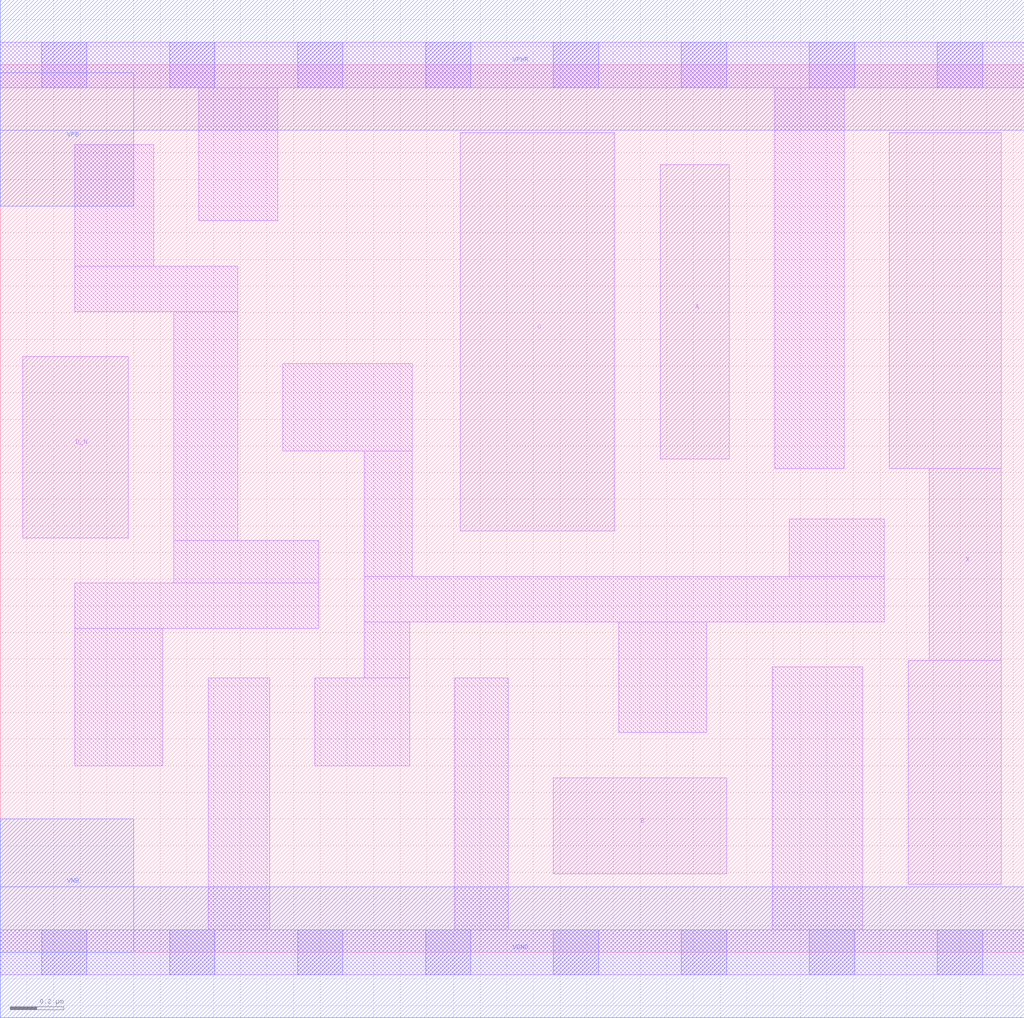
<source format=lef>
# Copyright 2020 The SkyWater PDK Authors
#
# Licensed under the Apache License, Version 2.0 (the "License");
# you may not use this file except in compliance with the License.
# You may obtain a copy of the License at
#
#     https://www.apache.org/licenses/LICENSE-2.0
#
# Unless required by applicable law or agreed to in writing, software
# distributed under the License is distributed on an "AS IS" BASIS,
# WITHOUT WARRANTIES OR CONDITIONS OF ANY KIND, either express or implied.
# See the License for the specific language governing permissions and
# limitations under the License.
#
# SPDX-License-Identifier: Apache-2.0

VERSION 5.5 ;
NAMESCASESENSITIVE ON ;
BUSBITCHARS "[]" ;
DIVIDERCHAR "/" ;
MACRO sky130_fd_sc_lp__or4b_1
  CLASS CORE ;
  SOURCE USER ;
  ORIGIN  0.000000  0.000000 ;
  SIZE  3.840000 BY  3.330000 ;
  SYMMETRY X Y R90 ;
  SITE unit ;
  PIN A
    ANTENNAGATEAREA  0.126000 ;
    DIRECTION INPUT ;
    USE SIGNAL ;
    PORT
      LAYER li1 ;
        RECT 2.475000 1.850000 2.735000 2.955000 ;
    END
  END A
  PIN B
    ANTENNAGATEAREA  0.126000 ;
    DIRECTION INPUT ;
    USE SIGNAL ;
    PORT
      LAYER li1 ;
        RECT 2.075000 0.295000 2.725000 0.655000 ;
    END
  END B
  PIN C
    ANTENNAGATEAREA  0.126000 ;
    DIRECTION INPUT ;
    USE SIGNAL ;
    PORT
      LAYER li1 ;
        RECT 1.725000 1.580000 2.305000 3.075000 ;
    END
  END C
  PIN D_N
    ANTENNAGATEAREA  0.126000 ;
    DIRECTION INPUT ;
    USE SIGNAL ;
    PORT
      LAYER li1 ;
        RECT 0.085000 1.555000 0.480000 2.235000 ;
    END
  END D_N
  PIN X
    ANTENNADIFFAREA  0.556500 ;
    DIRECTION OUTPUT ;
    USE SIGNAL ;
    PORT
      LAYER li1 ;
        RECT 3.335000 1.815000 3.755000 3.075000 ;
        RECT 3.405000 0.255000 3.755000 1.095000 ;
        RECT 3.485000 1.095000 3.755000 1.815000 ;
    END
  END X
  PIN VGND
    DIRECTION INOUT ;
    USE GROUND ;
    PORT
      LAYER met1 ;
        RECT 0.000000 -0.245000 3.840000 0.245000 ;
    END
  END VGND
  PIN VNB
    DIRECTION INOUT ;
    USE GROUND ;
    PORT
      LAYER met1 ;
        RECT 0.000000 0.000000 0.500000 0.500000 ;
    END
  END VNB
  PIN VPB
    DIRECTION INOUT ;
    USE POWER ;
    PORT
      LAYER met1 ;
        RECT 0.000000 2.800000 0.500000 3.300000 ;
    END
  END VPB
  PIN VPWR
    DIRECTION INOUT ;
    USE POWER ;
    PORT
      LAYER met1 ;
        RECT 0.000000 3.085000 3.840000 3.575000 ;
    END
  END VPWR
  OBS
    LAYER li1 ;
      RECT 0.000000 -0.085000 3.840000 0.085000 ;
      RECT 0.000000  3.245000 3.840000 3.415000 ;
      RECT 0.280000  0.700000 0.610000 1.215000 ;
      RECT 0.280000  1.215000 1.195000 1.385000 ;
      RECT 0.280000  2.405000 0.890000 2.575000 ;
      RECT 0.280000  2.575000 0.575000 3.030000 ;
      RECT 0.650000  1.385000 1.195000 1.545000 ;
      RECT 0.650000  1.545000 0.890000 2.405000 ;
      RECT 0.745000  2.745000 1.040000 3.245000 ;
      RECT 0.780000  0.085000 1.010000 1.030000 ;
      RECT 1.060000  1.880000 1.545000 2.210000 ;
      RECT 1.180000  0.700000 1.535000 1.030000 ;
      RECT 1.365000  1.030000 1.535000 1.240000 ;
      RECT 1.365000  1.240000 3.315000 1.410000 ;
      RECT 1.365000  1.410000 1.545000 1.880000 ;
      RECT 1.705000  0.085000 1.905000 1.030000 ;
      RECT 2.320000  0.825000 2.650000 1.240000 ;
      RECT 2.895000  0.085000 3.235000 1.070000 ;
      RECT 2.905000  1.815000 3.165000 3.245000 ;
      RECT 2.960000  1.410000 3.315000 1.625000 ;
    LAYER mcon ;
      RECT 0.155000 -0.085000 0.325000 0.085000 ;
      RECT 0.155000  3.245000 0.325000 3.415000 ;
      RECT 0.635000 -0.085000 0.805000 0.085000 ;
      RECT 0.635000  3.245000 0.805000 3.415000 ;
      RECT 1.115000 -0.085000 1.285000 0.085000 ;
      RECT 1.115000  3.245000 1.285000 3.415000 ;
      RECT 1.595000 -0.085000 1.765000 0.085000 ;
      RECT 1.595000  3.245000 1.765000 3.415000 ;
      RECT 2.075000 -0.085000 2.245000 0.085000 ;
      RECT 2.075000  3.245000 2.245000 3.415000 ;
      RECT 2.555000 -0.085000 2.725000 0.085000 ;
      RECT 2.555000  3.245000 2.725000 3.415000 ;
      RECT 3.035000 -0.085000 3.205000 0.085000 ;
      RECT 3.035000  3.245000 3.205000 3.415000 ;
      RECT 3.515000 -0.085000 3.685000 0.085000 ;
      RECT 3.515000  3.245000 3.685000 3.415000 ;
  END
END sky130_fd_sc_lp__or4b_1

</source>
